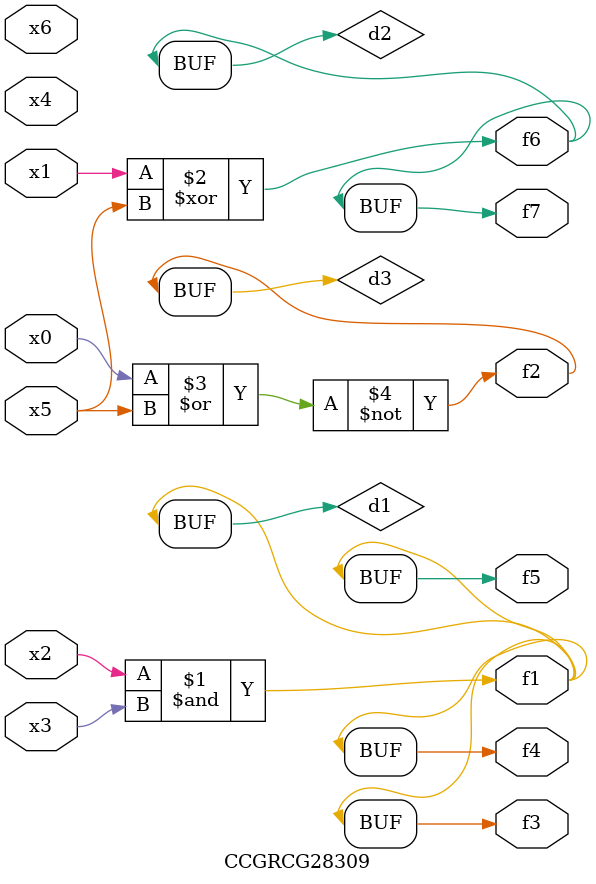
<source format=v>
module CCGRCG28309(
	input x0, x1, x2, x3, x4, x5, x6,
	output f1, f2, f3, f4, f5, f6, f7
);

	wire d1, d2, d3;

	and (d1, x2, x3);
	xor (d2, x1, x5);
	nor (d3, x0, x5);
	assign f1 = d1;
	assign f2 = d3;
	assign f3 = d1;
	assign f4 = d1;
	assign f5 = d1;
	assign f6 = d2;
	assign f7 = d2;
endmodule

</source>
